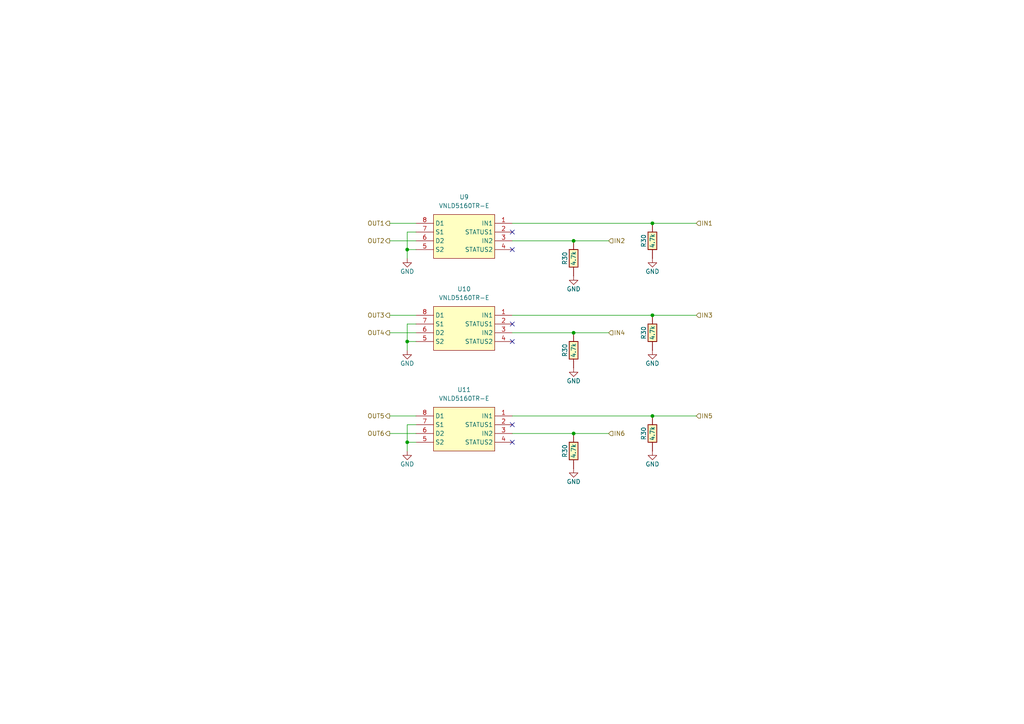
<source format=kicad_sch>
(kicad_sch (version 20231120) (generator "eeschema") (generator_version "8.0")
  (paper "A4")
  (title_block (title "UAEFI") (date "2025-04-30") (rev "E") (company "rusEFI.com"))
  (lib_symbols
    (symbol "chips:VNLD5160"
      (property "Reference" "U" (at 6.35 3.81 0))
      (property "Value" "VNLD5160TR-E" (at 12.7 -11.43 0))
      (symbol "VNLD5160_1_1"
        (rectangle (start 5.08 2.54) (end 22.86 -10.16) (fill (type background)))
        (pin input line (at 0 0 0) (length 5.08) (name "IN1") (number "1"))
        (pin open_collector line (at 0 -2.54 0) (length 5.08) (name "STATUS1") (number "2"))
        (pin input line (at 0 -5.08 0) (length 5.08) (name "IN2") (number "3"))
        (pin open_collector line (at 0 -7.62 0) (length 5.08) (name "STATUS2") (number "4"))
        (pin power_in line (at 27.94 -7.62 180) (length 5.08) (name "S2") (number "5"))
        (pin power_out line (at 27.94 -5.08 180) (length 5.08) (name "D2") (number "6"))
        (pin power_in line (at 27.94 -2.54 180) (length 5.08) (name "S1") (number "7"))
        (pin power_out line (at 27.94 0 180) (length 5.08) (name "D1") (number "8"))
      )
    )
    (symbol "hellen-one-common:Res" (pin_numbers hide)
      (property "Reference" "R" (at 3.81 2.54 0))
      (property "Value" "Res" (at 5.08 -2.54 0))
      (symbol "Res_1_0"
        (rectangle (start 2.54 -1.27) (end 7.62 1.27) (stroke (width 0.254)) (fill (type background)))
        (pin passive line (at 0 0 0) (length 2.54) (name "") (number "1"))
        (pin passive line (at 10.16 0 180) (length 2.54) (name "") (number "2"))
      )
    )
    (symbol "power:GND" (power) (pin_numbers hide) (pin_names (offset 0) hide)
      (property "Value" "GND" (at 0 -3.81 0))
      (symbol "GND_0_1"
        (polyline (pts (xy 0 0) (xy 0 -1.27) (xy 1.27 -1.27) (xy 0 -2.54) (xy -1.27 -1.27) (xy 0 -1.27)))
      )
      (symbol "GND_1_1"
        (pin power_in line (at 0 0 270) (length 0) (name "~") (number "1"))
      )
    )
  )
  (junction (at 189.23 91.44))
  (junction (at 166.37 96.52))
  (junction (at 189.23 120.65))
  (junction (at 166.37 69.85))
  (junction (at 118.11 72.39))
  (junction (at 118.11 128.27))
  (junction (at 166.37 125.73))
  (junction (at 189.23 64.77))
  (junction (at 118.11 99.06))
  (no_connect (at 148.59 93.98))
  (no_connect (at 148.59 72.39))
  (no_connect (at 148.59 128.27))
  (no_connect (at 148.59 99.06))
  (no_connect (at 148.59 67.31))
  (no_connect (at 148.59 123.19))
  (wire (pts (xy 118.11 99.06) (xy 118.11 93.98)))
  (wire (pts (xy 118.11 101.6) (xy 118.11 99.06)))
  (wire (pts (xy 118.11 128.27) (xy 118.11 123.19)))
  (wire (pts (xy 113.03 69.85) (xy 120.65 69.85)))
  (wire (pts (xy 118.11 72.39) (xy 118.11 67.31)))
  (wire (pts (xy 148.59 64.77) (xy 189.23 64.77)))
  (wire (pts (xy 189.23 120.65) (xy 201.93 120.65)))
  (wire (pts (xy 113.03 64.77) (xy 120.65 64.77)))
  (wire (pts (xy 118.11 67.31) (xy 120.65 67.31)))
  (wire (pts (xy 118.11 123.19) (xy 120.65 123.19)))
  (wire (pts (xy 118.11 130.81) (xy 118.11 128.27)))
  (wire (pts (xy 148.59 69.85) (xy 166.37 69.85)))
  (wire (pts (xy 166.37 96.52) (xy 176.53 96.52)))
  (wire (pts (xy 148.59 125.73) (xy 166.37 125.73)))
  (wire (pts (xy 118.11 99.06) (xy 120.65 99.06)))
  (wire (pts (xy 113.03 120.65) (xy 120.65 120.65)))
  (wire (pts (xy 118.11 128.27) (xy 120.65 128.27)))
  (wire (pts (xy 189.23 64.77) (xy 201.93 64.77)))
  (wire (pts (xy 113.03 125.73) (xy 120.65 125.73)))
  (wire (pts (xy 148.59 120.65) (xy 189.23 120.65)))
  (wire (pts (xy 189.23 91.44) (xy 201.93 91.44)))
  (wire (pts (xy 113.03 96.52) (xy 120.65 96.52)))
  (wire (pts (xy 118.11 72.39) (xy 120.65 72.39)))
  (wire (pts (xy 166.37 69.85) (xy 176.53 69.85)))
  (wire (pts (xy 113.03 91.44) (xy 120.65 91.44)))
  (wire (pts (xy 118.11 74.93) (xy 118.11 72.39)))
  (wire (pts (xy 148.59 96.52) (xy 166.37 96.52)))
  (wire (pts (xy 118.11 93.98) (xy 120.65 93.98)))
  (wire (pts (xy 166.37 125.73) (xy 176.53 125.73)))
  (wire (pts (xy 148.59 91.44) (xy 189.23 91.44)))
  (hierarchical_label "OUT3" (shape output) (at 113.03 91.44 180))
  (hierarchical_label "OUT1" (shape output) (at 113.03 64.77 180))
  (hierarchical_label "IN4" (shape input) (at 176.53 96.52 0))
  (hierarchical_label "IN2" (shape input) (at 176.53 69.85 0))
  (hierarchical_label "IN1" (shape input) (at 201.93 64.77 0))
  (hierarchical_label "OUT6" (shape output) (at 113.03 125.73 180))
  (hierarchical_label "IN6" (shape input) (at 176.53 125.73 0))
  (hierarchical_label "IN3" (shape input) (at 201.93 91.44 0))
  (hierarchical_label "OUT2" (shape output) (at 113.03 69.85 180))
  (hierarchical_label "OUT4" (shape output) (at 113.03 96.52 180))
  (hierarchical_label "IN5" (shape input) (at 201.93 120.65 0))
  (hierarchical_label "OUT5" (shape output) (at 113.03 120.65 180))
  (symbol (lib_id "power:GND") (at 166.37 80.01 0) (unit 1)
    (property "Reference" "#PWR0134" (effects (hide yes)))
    (property "Value" "GND" (at 166.37 83.82 0))
    (property "Description" "Power symbol creates a global label with name \"GND\" , ground" (effects (hide yes)))
  )
  (symbol (lib_id "power:GND") (at 118.11 101.6 0) (mirror y) (unit 1)
    (property "Reference" "#PWR0132" (effects (hide yes)))
    (property "Value" "GND" (at 118.11 105.41 0))
    (property "Description" "Power symbol creates a global label with name \"GND\" , ground" (effects (hide yes)))
  )
  (symbol (lib_id "chips:VNLD5160") (at 148.59 64.77 0) (mirror y) (unit 1)
    (property "Reference" "U9" (at 134.62 57.15 0))
    (property "Value" "VNLD5160TR-E" (at 134.62 59.69 0))
    (property "Footprint" "Package_SO:SOIC-8_3.9x4.9mm_P1.27mm" (effects (hide yes)))
    (property "LCSC" "C377942" (effects (hide yes)))
  )
  (symbol (lib_id "hellen-one-common:Res") (at 189.23 101.6 90) (unit 1)
    (property "Reference" "R30" (at 186.69 96.52 0))
    (property "Value" "4.7k" (at 189.23 96.52 0))
    (property "Footprint" "hellen-one-common:R0603" (effects (hide yes)))
    (property "LCSC" "C23162" (effects (hide yes)))
    (instances (project "alphax_8ch" (path "" (reference "R30") (unit 1)) (path "" (reference "R67") (unit 1))) (project "uaefi" (path "" (reference "R39") (unit 1))))
  )
  (symbol (lib_id "chips:VNLD5160") (at 148.59 91.44 0) (mirror y) (unit 1)
    (property "Reference" "U10" (at 134.62 83.82 0))
    (property "Value" "VNLD5160TR-E" (at 134.62 86.36 0))
    (property "Footprint" "Package_SO:SOIC-8_3.9x4.9mm_P1.27mm" (effects (hide yes)))
    (property "LCSC" "C377942" (effects (hide yes)))
  )
  (symbol (lib_id "power:GND") (at 166.37 106.68 0) (unit 1)
    (property "Reference" "#PWR0135" (effects (hide yes)))
    (property "Value" "GND" (at 166.37 110.49 0))
    (property "Description" "Power symbol creates a global label with name \"GND\" , ground" (effects (hide yes)))
  )
  (symbol (lib_id "power:GND") (at 189.23 130.81 0) (unit 1)
    (property "Reference" "#PWR0139" (effects (hide yes)))
    (property "Value" "GND" (at 189.23 134.62 0))
    (property "Description" "Power symbol creates a global label with name \"GND\" , ground" (effects (hide yes)))
  )
  (symbol (lib_id "hellen-one-common:Res") (at 166.37 135.89 90) (unit 1)
    (property "Reference" "R30" (at 163.83 130.81 0))
    (property "Value" "4.7k" (at 166.37 130.81 0))
    (property "Footprint" "hellen-one-common:R0603" (effects (hide yes)))
    (property "LCSC" "C23162" (effects (hide yes)))
    (instances (project "alphax_8ch" (path "" (reference "R30") (unit 1)) (path "" (reference "R67") (unit 1))) (project "uaefi" (path "" (reference "R37") (unit 1))))
  )
  (symbol (lib_id "power:GND") (at 166.37 135.89 0) (unit 1)
    (property "Reference" "#PWR0136" (effects (hide yes)))
    (property "Value" "GND" (at 166.37 139.7 0))
    (property "Description" "Power symbol creates a global label with name \"GND\" , ground" (effects (hide yes)))
  )
  (symbol (lib_id "chips:VNLD5160") (at 148.59 120.65 0) (mirror y) (unit 1)
    (property "Reference" "U11" (at 134.62 113.03 0))
    (property "Value" "VNLD5160TR-E" (at 134.62 115.57 0))
    (property "Footprint" "Package_SO:SOIC-8_3.9x4.9mm_P1.27mm" (effects (hide yes)))
    (property "LCSC" "C377942" (effects (hide yes)))
  )
  (symbol (lib_id "power:GND") (at 189.23 74.93 0) (unit 1)
    (property "Reference" "#PWR0137" (effects (hide yes)))
    (property "Value" "GND" (at 189.23 78.74 0))
    (property "Description" "Power symbol creates a global label with name \"GND\" , ground" (effects (hide yes)))
  )
  (symbol (lib_id "power:GND") (at 189.23 101.6 0) (unit 1)
    (property "Reference" "#PWR0138" (effects (hide yes)))
    (property "Value" "GND" (at 189.23 105.41 0))
    (property "Description" "Power symbol creates a global label with name \"GND\" , ground" (effects (hide yes)))
  )
  (symbol (lib_id "hellen-one-common:Res") (at 166.37 80.01 90) (unit 1)
    (property "Reference" "R30" (at 163.83 74.93 0))
    (property "Value" "4.7k" (at 166.37 74.93 0))
    (property "Footprint" "hellen-one-common:R0603" (effects (hide yes)))
    (property "LCSC" "C23162" (effects (hide yes)))
    (instances (project "alphax_8ch" (path "" (reference "R30") (unit 1)) (path "" (reference "R67") (unit 1))) (project "uaefi" (path "" (reference "R35") (unit 1))))
  )
  (symbol (lib_id "hellen-one-common:Res") (at 189.23 130.81 90) (unit 1)
    (property "Reference" "R30" (at 186.69 125.73 0))
    (property "Value" "4.7k" (at 189.23 125.73 0))
    (property "Footprint" "hellen-one-common:R0603" (effects (hide yes)))
    (property "LCSC" "C23162" (effects (hide yes)))
    (instances (project "alphax_8ch" (path "" (reference "R30") (unit 1)) (path "" (reference "R67") (unit 1))) (project "uaefi" (path "" (reference "R40") (unit 1))))
  )
  (symbol (lib_id "hellen-one-common:Res") (at 166.37 106.68 90) (unit 1)
    (property "Reference" "R30" (at 163.83 101.6 0))
    (property "Value" "4.7k" (at 166.37 101.6 0))
    (property "Footprint" "hellen-one-common:R0603" (effects (hide yes)))
    (property "LCSC" "C23162" (effects (hide yes)))
    (instances (project "alphax_8ch" (path "" (reference "R30") (unit 1)) (path "" (reference "R67") (unit 1))) (project "uaefi" (path "" (reference "R36") (unit 1))))
  )
  (symbol (lib_id "power:GND") (at 118.11 130.81 0) (mirror y) (unit 1)
    (property "Reference" "#PWR0133" (effects (hide yes)))
    (property "Value" "GND" (at 118.11 134.62 0))
    (property "Description" "Power symbol creates a global label with name \"GND\" , ground" (effects (hide yes)))
  )
  (symbol (lib_id "hellen-one-common:Res") (at 189.23 74.93 90) (unit 1)
    (property "Reference" "R30" (at 186.69 69.85 0))
    (property "Value" "4.7k" (at 189.23 69.85 0))
    (property "Footprint" "hellen-one-common:R0603" (effects (hide yes)))
    (property "LCSC" "C23162" (effects (hide yes)))
    (instances (project "alphax_8ch" (path "" (reference "R30") (unit 1)) (path "" (reference "R67") (unit 1))) (project "uaefi" (path "" (reference "R38") (unit 1))))
  )
  (symbol (lib_id "power:GND") (at 118.11 74.93 0) (mirror y) (unit 1)
    (property "Reference" "#PWR0131" (effects (hide yes)))
    (property "Value" "GND" (at 118.11 78.74 0))
    (property "Description" "Power symbol creates a global label with name \"GND\" , ground" (effects (hide yes)))
  )
)
</source>
